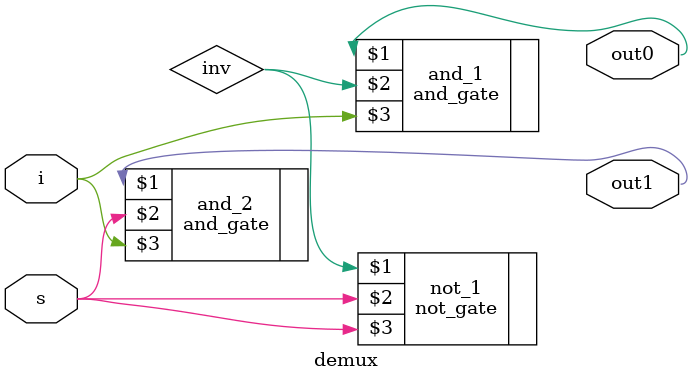
<source format=v>
module demux(out0,out1,i,s);

output out0,out1;
input i,s;

wire inv;

not_gate not_1(inv,s,s);
and_gate and_1(out0,inv,i);
and_gate and_2(out1,s,i);

endmodule

</source>
